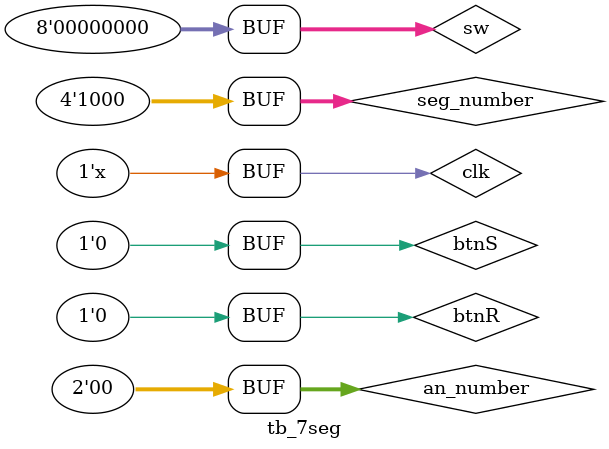
<source format=v>
`timescale 1ns / 1ps


module tb_7seg;

	// Inputs
	reg clk;
	reg [3:0] seg_number;
	reg [1:0] an_number;
	reg btnR;
	reg btnS;
	reg [7:0] sw;

	// Outputs
	wire [7:0] seg;
	wire [3:0] an;

	// Instantiate the Unit Under Test (UUT)
	display7 uut (
		.clk(clk), 
		.seg_number(seg_number), 
		.an_number(an_number), 
		.seg(seg), 
		.an(an), 
		.btnR(btnR), 
		.btnS(btnS), 
		.sw(sw)
	);

	initial begin
		// Initialize Inputs
		clk = 0;
		seg_number = 0;
		an_number = 0;
		btnR = 0;
		btnS = 0;
		sw = 0;

		// Wait 100 ns for global reset to finish
		#100;
        
		// Add stimulus here
        seg_number = 8;
        an_number = 0;
        
	end
      
      always #5 clk = ~clk;
     
endmodule


</source>
